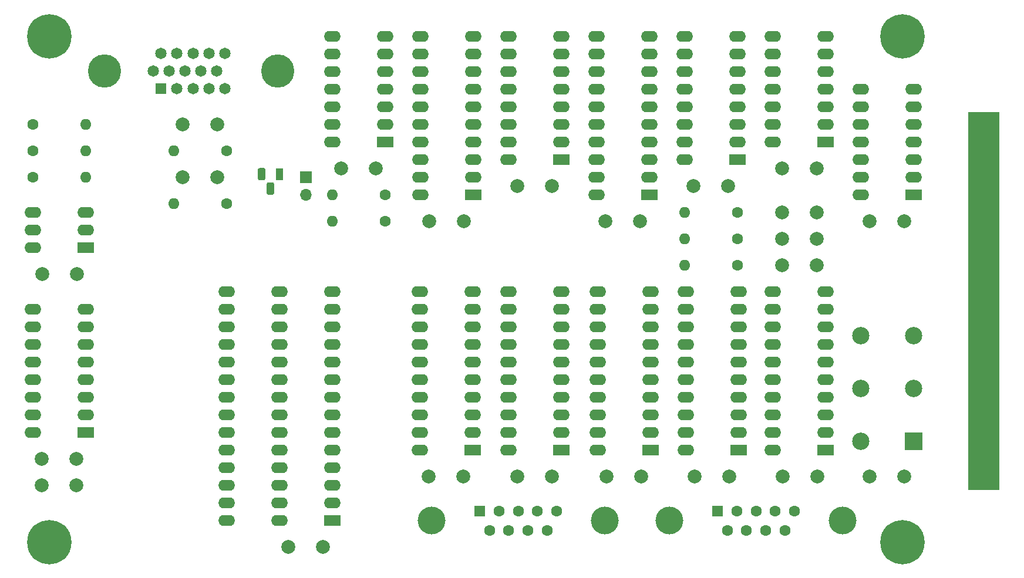
<source format=gts>
G04 #@! TF.GenerationSoftware,KiCad,Pcbnew,5.1.10*
G04 #@! TF.CreationDate,2022-04-10T18:50:48-07:00*
G04 #@! TF.ProjectId,zf_vga,7a665f76-6761-42e6-9b69-6361645f7063,rev?*
G04 #@! TF.SameCoordinates,Original*
G04 #@! TF.FileFunction,Soldermask,Top*
G04 #@! TF.FilePolarity,Negative*
%FSLAX46Y46*%
G04 Gerber Fmt 4.6, Leading zero omitted, Abs format (unit mm)*
G04 Created by KiCad (PCBNEW 5.1.10) date 2022-04-10 18:50:48*
%MOMM*%
%LPD*%
G01*
G04 APERTURE LIST*
%ADD10C,0.100000*%
%ADD11R,1.650000X1.650000*%
%ADD12C,1.650000*%
%ADD13C,4.800000*%
%ADD14R,2.400000X1.600000*%
%ADD15O,2.400000X1.600000*%
%ADD16R,1.600000X1.600000*%
%ADD17C,1.600000*%
%ADD18C,4.000000*%
%ADD19C,2.500000*%
%ADD20R,2.500000X2.500000*%
%ADD21C,2.000000*%
%ADD22C,6.400000*%
%ADD23O,1.600000X1.600000*%
%ADD24R,1.100000X1.800000*%
%ADD25R,1.700000X1.700000*%
%ADD26O,1.700000X1.700000*%
G04 APERTURE END LIST*
D10*
G36*
X229618999Y-95994000D02*
G01*
X225118999Y-95994000D01*
X225118999Y-41494000D01*
X229618999Y-41494000D01*
X229618999Y-95994000D01*
G37*
D11*
X108759058Y-38034000D03*
D12*
X111049058Y-38034000D03*
X113339058Y-38034000D03*
X115629058Y-38034000D03*
X117919058Y-38034000D03*
X107614058Y-35494000D03*
X109904058Y-35494000D03*
X112194058Y-35494000D03*
X114484058Y-35494000D03*
X116774058Y-35494000D03*
X108759058Y-32954000D03*
X111049058Y-32954000D03*
X113339058Y-32954000D03*
X115629058Y-32954000D03*
X117919058Y-32954000D03*
D13*
X100554058Y-35494000D03*
X125544058Y-35494000D03*
D14*
X192039000Y-90184000D03*
D15*
X184419000Y-67324000D03*
X192039000Y-87644000D03*
X184419000Y-69864000D03*
X192039000Y-85104000D03*
X184419000Y-72404000D03*
X192039000Y-82564000D03*
X184419000Y-74944000D03*
X192039000Y-80024000D03*
X184419000Y-77484000D03*
X192039000Y-77484000D03*
X184419000Y-80024000D03*
X192039000Y-74944000D03*
X184419000Y-82564000D03*
X192039000Y-72404000D03*
X184419000Y-85104000D03*
X192039000Y-69864000D03*
X184419000Y-87644000D03*
X192039000Y-67324000D03*
X184419000Y-90184000D03*
X125839000Y-100344000D03*
X133459000Y-67324000D03*
X125839000Y-97804000D03*
X133459000Y-69864000D03*
X125839000Y-95264000D03*
X133459000Y-72404000D03*
X125839000Y-92724000D03*
X133459000Y-74944000D03*
X125839000Y-90184000D03*
X133459000Y-77484000D03*
X125839000Y-87644000D03*
X133459000Y-80024000D03*
X125839000Y-85104000D03*
X133459000Y-82564000D03*
X125839000Y-82564000D03*
X133459000Y-85104000D03*
X125839000Y-80024000D03*
X133459000Y-87644000D03*
X125839000Y-77484000D03*
X133459000Y-90184000D03*
X125839000Y-74944000D03*
X133459000Y-92724000D03*
X125839000Y-72404000D03*
X133459000Y-95264000D03*
X125839000Y-69864000D03*
X133459000Y-97804000D03*
X125839000Y-67324000D03*
D14*
X133459000Y-100344000D03*
D15*
X118219000Y-67324000D03*
X118219000Y-72404000D03*
X118219000Y-85104000D03*
X118219000Y-80024000D03*
X118219000Y-82564000D03*
X118219000Y-92724000D03*
X118219000Y-90184000D03*
X118219000Y-95264000D03*
X118219000Y-77484000D03*
X118219000Y-87644000D03*
X118219000Y-100344000D03*
X118219000Y-69864000D03*
X118219000Y-74944000D03*
X118219000Y-97804000D03*
D16*
X189000000Y-98994000D03*
D17*
X191770000Y-98994000D03*
X194540000Y-98994000D03*
X197310000Y-98994000D03*
X200080000Y-98994000D03*
X190385000Y-101834000D03*
X193155000Y-101834000D03*
X195925000Y-101834000D03*
X198695000Y-101834000D03*
D18*
X182040000Y-100414000D03*
X207040000Y-100414000D03*
D16*
X154719000Y-98994000D03*
D17*
X157489000Y-98994000D03*
X160259000Y-98994000D03*
X163029000Y-98994000D03*
X165799000Y-98994000D03*
X156104000Y-101834000D03*
X158874000Y-101834000D03*
X161644000Y-101834000D03*
X164414000Y-101834000D03*
D18*
X147759000Y-100414000D03*
X172759000Y-100414000D03*
D19*
X217239000Y-81294000D03*
X209619000Y-81294000D03*
X217239000Y-73674000D03*
X209619000Y-73674000D03*
X209619000Y-88914000D03*
D20*
X217239000Y-88914000D03*
D21*
X147414000Y-57164000D03*
X152414000Y-57164000D03*
D14*
X179139000Y-53354000D03*
D15*
X171519000Y-30494000D03*
X179139000Y-50814000D03*
X171519000Y-33034000D03*
X179139000Y-48274000D03*
X171519000Y-35574000D03*
X179139000Y-45734000D03*
X171519000Y-38114000D03*
X179139000Y-43194000D03*
X171519000Y-40654000D03*
X179139000Y-40654000D03*
X171519000Y-43194000D03*
X179139000Y-38114000D03*
X171519000Y-45734000D03*
X179139000Y-35574000D03*
X171519000Y-48274000D03*
X179139000Y-33034000D03*
X171519000Y-50814000D03*
X179139000Y-30494000D03*
X171519000Y-53354000D03*
D22*
X92619000Y-30494000D03*
X215619000Y-103494000D03*
X215619000Y-30494000D03*
X92619000Y-103494000D03*
D14*
X204539000Y-90184000D03*
D15*
X196919000Y-67324000D03*
X204539000Y-87644000D03*
X196919000Y-69864000D03*
X204539000Y-85104000D03*
X196919000Y-72404000D03*
X204539000Y-82564000D03*
X196919000Y-74944000D03*
X204539000Y-80024000D03*
X196919000Y-77484000D03*
X204539000Y-77484000D03*
X196919000Y-80024000D03*
X204539000Y-74944000D03*
X196919000Y-82564000D03*
X204539000Y-72404000D03*
X196919000Y-85104000D03*
X204539000Y-69864000D03*
X196919000Y-87644000D03*
X204539000Y-67324000D03*
X196919000Y-90184000D03*
D14*
X191839000Y-48274000D03*
D15*
X184219000Y-30494000D03*
X191839000Y-45734000D03*
X184219000Y-33034000D03*
X191839000Y-43194000D03*
X184219000Y-35574000D03*
X191839000Y-40654000D03*
X184219000Y-38114000D03*
X191839000Y-38114000D03*
X184219000Y-40654000D03*
X191839000Y-35574000D03*
X184219000Y-43194000D03*
X191839000Y-33034000D03*
X184219000Y-45734000D03*
X191839000Y-30494000D03*
X184219000Y-48274000D03*
D14*
X179339000Y-90184000D03*
D15*
X171719000Y-67324000D03*
X179339000Y-87644000D03*
X171719000Y-69864000D03*
X179339000Y-85104000D03*
X171719000Y-72404000D03*
X179339000Y-82564000D03*
X171719000Y-74944000D03*
X179339000Y-80024000D03*
X171719000Y-77484000D03*
X179339000Y-77484000D03*
X171719000Y-80024000D03*
X179339000Y-74944000D03*
X171719000Y-82564000D03*
X179339000Y-72404000D03*
X171719000Y-85104000D03*
X179339000Y-69864000D03*
X171719000Y-87644000D03*
X179339000Y-67324000D03*
X171719000Y-90184000D03*
D14*
X166439000Y-48274000D03*
D15*
X158819000Y-30494000D03*
X166439000Y-45734000D03*
X158819000Y-33034000D03*
X166439000Y-43194000D03*
X158819000Y-35574000D03*
X166439000Y-40654000D03*
X158819000Y-38114000D03*
X166439000Y-38114000D03*
X158819000Y-40654000D03*
X166439000Y-35574000D03*
X158819000Y-43194000D03*
X166439000Y-33034000D03*
X158819000Y-45734000D03*
X166439000Y-30494000D03*
X158819000Y-48274000D03*
D14*
X166439000Y-90184000D03*
D15*
X158819000Y-67324000D03*
X166439000Y-87644000D03*
X158819000Y-69864000D03*
X166439000Y-85104000D03*
X158819000Y-72404000D03*
X166439000Y-82564000D03*
X158819000Y-74944000D03*
X166439000Y-80024000D03*
X158819000Y-77484000D03*
X166439000Y-77484000D03*
X158819000Y-80024000D03*
X166439000Y-74944000D03*
X158819000Y-82564000D03*
X166439000Y-72404000D03*
X158819000Y-85104000D03*
X166439000Y-69864000D03*
X158819000Y-87644000D03*
X166439000Y-67324000D03*
X158819000Y-90184000D03*
X146050000Y-90184000D03*
X153670000Y-67324000D03*
X146050000Y-87644000D03*
X153670000Y-69864000D03*
X146050000Y-85104000D03*
X153670000Y-72404000D03*
X146050000Y-82564000D03*
X153670000Y-74944000D03*
X146050000Y-80024000D03*
X153670000Y-77484000D03*
X146050000Y-77484000D03*
X153670000Y-80024000D03*
X146050000Y-74944000D03*
X153670000Y-82564000D03*
X146050000Y-72404000D03*
X153670000Y-85104000D03*
X146050000Y-69864000D03*
X153670000Y-87644000D03*
X146050000Y-67324000D03*
D14*
X153670000Y-90184000D03*
X153739000Y-53354000D03*
D15*
X146119000Y-30494000D03*
X153739000Y-50814000D03*
X146119000Y-33034000D03*
X153739000Y-48274000D03*
X146119000Y-35574000D03*
X153739000Y-45734000D03*
X146119000Y-38114000D03*
X153739000Y-43194000D03*
X146119000Y-40654000D03*
X153739000Y-40654000D03*
X146119000Y-43194000D03*
X153739000Y-38114000D03*
X146119000Y-45734000D03*
X153739000Y-35574000D03*
X146119000Y-48274000D03*
X153739000Y-33034000D03*
X146119000Y-50814000D03*
X153739000Y-30494000D03*
X146119000Y-53354000D03*
X209619000Y-53354000D03*
X217239000Y-38114000D03*
X209619000Y-50814000D03*
X217239000Y-40654000D03*
X209619000Y-48274000D03*
X217239000Y-43194000D03*
X209619000Y-45734000D03*
X217239000Y-45734000D03*
X209619000Y-43194000D03*
X217239000Y-48274000D03*
X209619000Y-40654000D03*
X217239000Y-50814000D03*
X209619000Y-38114000D03*
D14*
X217239000Y-53354000D03*
X141039000Y-45734000D03*
D15*
X133419000Y-30494000D03*
X141039000Y-43194000D03*
X133419000Y-33034000D03*
X141039000Y-40654000D03*
X133419000Y-35574000D03*
X141039000Y-38114000D03*
X133419000Y-38114000D03*
X141039000Y-35574000D03*
X133419000Y-40654000D03*
X141039000Y-33034000D03*
X133419000Y-43194000D03*
X141039000Y-30494000D03*
X133419000Y-45734000D03*
D14*
X204539000Y-45734000D03*
D15*
X196919000Y-30494000D03*
X204539000Y-43194000D03*
X196919000Y-33034000D03*
X204539000Y-40654000D03*
X196919000Y-35574000D03*
X204539000Y-38114000D03*
X196919000Y-38114000D03*
X204539000Y-35574000D03*
X196919000Y-40654000D03*
X204539000Y-33034000D03*
X196919000Y-43194000D03*
X204539000Y-30494000D03*
X196919000Y-45734000D03*
X90239000Y-87644000D03*
X97859000Y-69864000D03*
X90239000Y-85104000D03*
X97859000Y-72404000D03*
X90239000Y-82564000D03*
X97859000Y-74944000D03*
X90239000Y-80024000D03*
X97859000Y-77484000D03*
X90239000Y-77484000D03*
X97859000Y-80024000D03*
X90239000Y-74944000D03*
X97859000Y-82564000D03*
X90239000Y-72404000D03*
X97859000Y-85104000D03*
X90239000Y-69864000D03*
D14*
X97859000Y-87644000D03*
D21*
X203269000Y-63514000D03*
X198269000Y-63514000D03*
X198269000Y-59704000D03*
X203269000Y-59704000D03*
X203269000Y-55894000D03*
X198269000Y-55894000D03*
X111854000Y-50814000D03*
X116854000Y-50814000D03*
D23*
X184219000Y-63514000D03*
D17*
X191839000Y-63514000D03*
X191824000Y-59704000D03*
D23*
X184204000Y-59704000D03*
X184204000Y-55894000D03*
D17*
X191824000Y-55894000D03*
D23*
X97859000Y-43194000D03*
D17*
X90239000Y-43194000D03*
D23*
X97859000Y-47004000D03*
D17*
X90239000Y-47004000D03*
D23*
X97859000Y-50814000D03*
D17*
X90239000Y-50814000D03*
D23*
X110544000Y-47004000D03*
D17*
X118164000Y-47004000D03*
D23*
X110544000Y-54624000D03*
D17*
X118164000Y-54624000D03*
D21*
X215929000Y-93994000D03*
X210929000Y-93994000D03*
X185514000Y-52084000D03*
X190514000Y-52084000D03*
X165114000Y-52164000D03*
X160114000Y-52164000D03*
X172789000Y-57164000D03*
X177789000Y-57164000D03*
X165114000Y-93994000D03*
X160114000Y-93994000D03*
X147345000Y-93994000D03*
X152345000Y-93994000D03*
X215889000Y-57164000D03*
X210889000Y-57164000D03*
X198269000Y-49544000D03*
X203269000Y-49544000D03*
X139714000Y-49544000D03*
X134714000Y-49544000D03*
X96534000Y-91454000D03*
X91534000Y-91454000D03*
X127109000Y-104154000D03*
X132109000Y-104154000D03*
X203389000Y-93994000D03*
X198389000Y-93994000D03*
X185714000Y-93994000D03*
X190714000Y-93994000D03*
X173014000Y-93994000D03*
X178014000Y-93994000D03*
D14*
X97859000Y-60974000D03*
D15*
X90239000Y-55894000D03*
X97859000Y-58434000D03*
X90239000Y-58434000D03*
X97859000Y-55894000D03*
X90239000Y-60974000D03*
D21*
X96534000Y-95264000D03*
X91534000Y-95264000D03*
X96589000Y-64784000D03*
X91589000Y-64784000D03*
D17*
X141024000Y-53354000D03*
D23*
X133404000Y-53354000D03*
D21*
X116854000Y-43194000D03*
X111854000Y-43194000D03*
D17*
X141024000Y-57164000D03*
D23*
X133404000Y-57164000D03*
D24*
X125784000Y-50414000D03*
G36*
G01*
X123794000Y-49789000D02*
X123794000Y-51039000D01*
G75*
G02*
X123519000Y-51314000I-275000J0D01*
G01*
X122969000Y-51314000D01*
G75*
G02*
X122694000Y-51039000I0J275000D01*
G01*
X122694000Y-49789000D01*
G75*
G02*
X122969000Y-49514000I275000J0D01*
G01*
X123519000Y-49514000D01*
G75*
G02*
X123794000Y-49789000I0J-275000D01*
G01*
G37*
G36*
G01*
X125064000Y-51859000D02*
X125064000Y-53109000D01*
G75*
G02*
X124789000Y-53384000I-275000J0D01*
G01*
X124239000Y-53384000D01*
G75*
G02*
X123964000Y-53109000I0J275000D01*
G01*
X123964000Y-51859000D01*
G75*
G02*
X124239000Y-51584000I275000J0D01*
G01*
X124789000Y-51584000D01*
G75*
G02*
X125064000Y-51859000I0J-275000D01*
G01*
G37*
D25*
X129594000Y-50814000D03*
D26*
X129594000Y-53354000D03*
M02*

</source>
